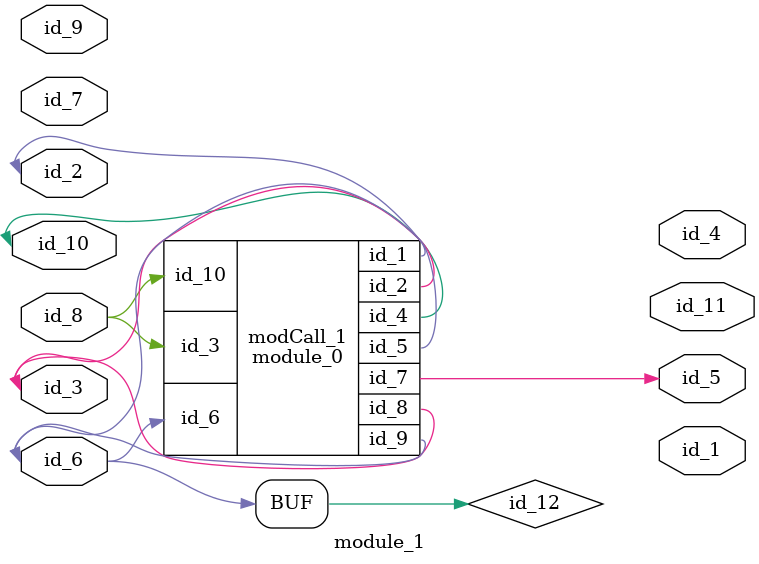
<source format=v>
module module_0 (
    id_1,
    id_2,
    id_3,
    id_4,
    id_5,
    id_6,
    id_7,
    id_8,
    id_9,
    id_10
);
  input wire id_10;
  inout wire id_9;
  output wire id_8;
  output wire id_7;
  input wire id_6;
  output wire id_5;
  inout wire id_4;
  input wire id_3;
  inout wire id_2;
  inout wire id_1;
endmodule
module module_1 (
    id_1,
    id_2,
    id_3,
    id_4,
    id_5,
    id_6,
    id_7,
    id_8,
    id_9,
    id_10,
    id_11
);
  output wire id_11;
  inout wire id_10;
  input wire id_9;
  input wire id_8;
  input wire id_7;
  inout wire id_6;
  output wire id_5;
  output wire id_4;
  inout wire id_3;
  inout wire id_2;
  output wire id_1;
  wire id_12 = id_6;
  module_0 modCall_1 (
      id_2,
      id_3,
      id_8,
      id_10,
      id_6,
      id_12,
      id_5,
      id_3,
      id_12,
      id_8
  );
endmodule

</source>
